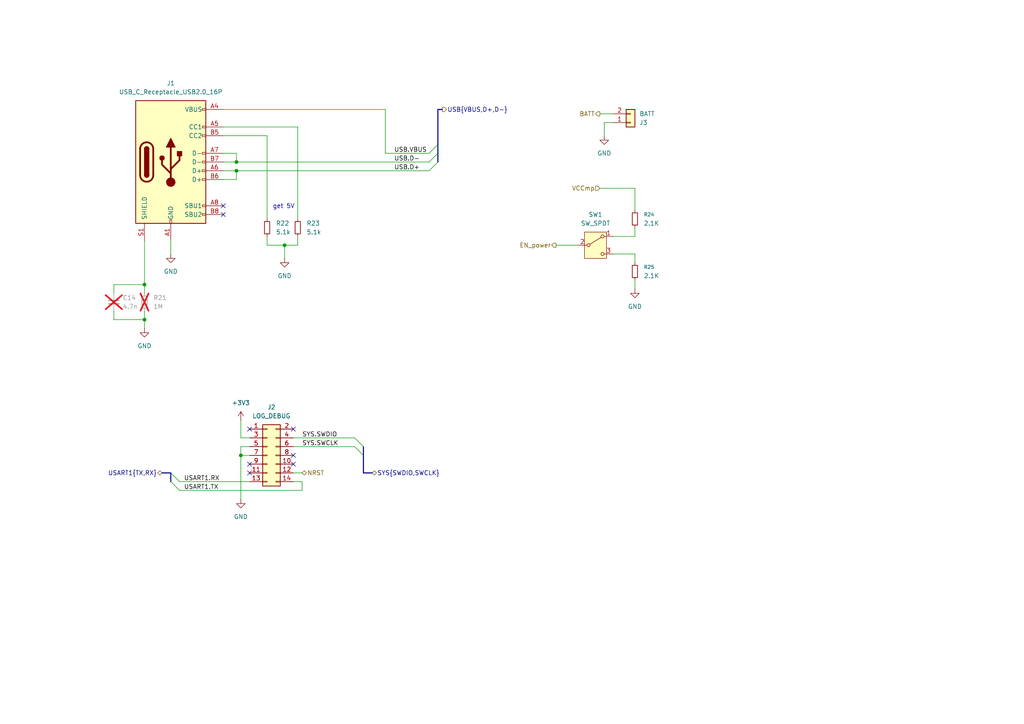
<source format=kicad_sch>
(kicad_sch (version 20250114) (generator "eeschema") (generator_version "9.0")
  (paper "A4")
  (title_block (title "All connecter") (date "2025-07-11") (rev "V1.0") (company "Taipei Tech Racing") (comment 1 "design by Chen"))
  (lib_symbols
    (symbol "Connector:USB_C_Receptacle_USB2.0_16P" (pin_names (offset 1.016))
      (property "Reference" "J" (at 0 22.225 0))
      (property "Value" "USB_C_Receptacle_USB2.0_16P" (at 0 19.685 0))
      (symbol "USB_C_Receptacle_USB2.0_16P_0_0"
        (rectangle (start -0.254 -17.78) (end 0.254 -16.764))
        (rectangle (start 10.16 15.494) (end 9.144 14.986))
        (rectangle (start 10.16 10.414) (end 9.144 9.906))
        (rectangle (start 10.16 7.874) (end 9.144 7.366))
        (rectangle (start 10.16 2.794) (end 9.144 2.286))
        (rectangle (start 10.16 0.254) (end 9.144 -0.254))
        (rectangle (start 10.16 -2.286) (end 9.144 -2.794))
        (rectangle (start 10.16 -4.826) (end 9.144 -5.334))
        (rectangle (start 10.16 -12.446) (end 9.144 -12.954))
        (rectangle (start 10.16 -14.986) (end 9.144 -15.494))
      )
      (symbol "USB_C_Receptacle_USB2.0_16P_0_1"
        (rectangle (start -10.16 17.78) (end 10.16 -17.78) (stroke (width 0.254)) (fill (type background)))
        (polyline (pts (xy -8.89 -3.81) (xy -8.89 3.81)) (stroke (width 0.508)))
        (rectangle (start -7.62 -3.81) (end -6.35 3.81) (stroke (width 0.254)) (fill (type outline)))
        (arc (start -7.62 3.81) (mid -6.985 4.4423) (end -6.35 3.81) (stroke (width 0.254)))
        (arc (start -7.62 3.81) (mid -6.985 4.4423) (end -6.35 3.81) (stroke (width 0.254)) (fill (type outline)))
        (arc (start -8.89 3.81) (mid -6.985 5.7067) (end -5.08 3.81) (stroke (width 0.508)))
        (arc (start -5.08 -3.81) (mid -6.985 -5.7067) (end -8.89 -3.81) (stroke (width 0.508)))
        (arc (start -6.35 -3.81) (mid -6.985 -4.4423) (end -7.62 -3.81) (stroke (width 0.254)))
        (arc (start -6.35 -3.81) (mid -6.985 -4.4423) (end -7.62 -3.81) (stroke (width 0.254)) (fill (type outline)))
        (polyline (pts (xy -5.08 3.81) (xy -5.08 -3.81)) (stroke (width 0.508)))
        (circle (center -2.54 1.143) (radius 0.635) (stroke (width 0.254)) (fill (type outline)))
        (polyline (pts (xy -1.27 4.318) (xy 0 6.858) (xy 1.27 4.318) (xy -1.27 4.318)) (stroke (width 0.254)) (fill (type outline)))
        (polyline (pts (xy 0 -2.032) (xy 2.54 0.508) (xy 2.54 1.778)) (stroke (width 0.508)))
        (polyline (pts (xy 0 -3.302) (xy -2.54 -0.762) (xy -2.54 0.508)) (stroke (width 0.508)))
        (polyline (pts (xy 0 -5.842) (xy 0 4.318)) (stroke (width 0.508)))
        (circle (center 0 -5.842) (radius 1.27) (fill (type outline)))
        (rectangle (start 1.905 1.778) (end 3.175 3.048) (stroke (width 0.254)) (fill (type outline)))
      )
      (symbol "USB_C_Receptacle_USB2.0_16P_1_1"
        (pin passive line (at -7.62 -22.86 90) (length 5.08) (name "SHIELD") (number "S1"))
        (pin passive line (at 0 -22.86 90) (length 5.08) (name "GND") (number "A1"))
        (pin passive line (at 0 -22.86 90) (length 5.08) (hide yes) (name "GND") (number "A12"))
        (pin passive line (at 0 -22.86 90) (length 5.08) (hide yes) (name "GND") (number "B1"))
        (pin passive line (at 0 -22.86 90) (length 5.08) (hide yes) (name "GND") (number "B12"))
        (pin passive line (at 15.24 15.24 180) (length 5.08) (name "VBUS") (number "A4"))
        (pin passive line (at 15.24 15.24 180) (length 5.08) (hide yes) (name "VBUS") (number "A9"))
        (pin passive line (at 15.24 15.24 180) (length 5.08) (hide yes) (name "VBUS") (number "B4"))
        (pin passive line (at 15.24 15.24 180) (length 5.08) (hide yes) (name "VBUS") (number "B9"))
        (pin bidirectional line (at 15.24 10.16 180) (length 5.08) (name "CC1") (number "A5"))
        (pin bidirectional line (at 15.24 7.62 180) (length 5.08) (name "CC2") (number "B5"))
        (pin bidirectional line (at 15.24 2.54 180) (length 5.08) (name "D-") (number "A7"))
        (pin bidirectional line (at 15.24 0 180) (length 5.08) (name "D-") (number "B7"))
        (pin bidirectional line (at 15.24 -2.54 180) (length 5.08) (name "D+") (number "A6"))
        (pin bidirectional line (at 15.24 -5.08 180) (length 5.08) (name "D+") (number "B6"))
        (pin bidirectional line (at 15.24 -12.7 180) (length 5.08) (name "SBU1") (number "A8"))
        (pin bidirectional line (at 15.24 -15.24 180) (length 5.08) (name "SBU2") (number "B8"))
      )
    )
    (symbol "Connector_Generic:Conn_01x02" (pin_names (offset 1.016) (hide yes))
      (property "Reference" "J" (at 0 2.54 0))
      (property "Value" "Conn_01x02" (at 0 -5.08 0))
      (symbol "Conn_01x02_1_1"
        (rectangle (start -1.27 1.27) (end 1.27 -3.81) (stroke (width 0.254)) (fill (type background)))
        (rectangle (start -1.27 0.127) (end 0 -0.127) (stroke (width 0.1524)))
        (rectangle (start -1.27 -2.413) (end 0 -2.667) (stroke (width 0.1524)))
        (pin passive line (at -5.08 0 0) (length 3.81) (name "Pin_1") (number "1"))
        (pin passive line (at -5.08 -2.54 0) (length 3.81) (name "Pin_2") (number "2"))
      )
    )
    (symbol "Connector_Generic:Conn_02x07_Odd_Even" (pin_names (offset 1.016) (hide yes))
      (property "Reference" "J" (at 1.27 10.16 0))
      (property "Value" "Conn_02x07_Odd_Even" (at 1.27 -10.16 0))
      (symbol "Conn_02x07_Odd_Even_1_1"
        (rectangle (start -1.27 8.89) (end 3.81 -8.89) (stroke (width 0.254)) (fill (type background)))
        (rectangle (start -1.27 7.747) (end 0 7.493) (stroke (width 0.1524)))
        (rectangle (start -1.27 5.207) (end 0 4.953) (stroke (width 0.1524)))
        (rectangle (start -1.27 2.667) (end 0 2.413) (stroke (width 0.1524)))
        (rectangle (start -1.27 0.127) (end 0 -0.127) (stroke (width 0.1524)))
        (rectangle (start -1.27 -2.413) (end 0 -2.667) (stroke (width 0.1524)))
        (rectangle (start -1.27 -4.953) (end 0 -5.207) (stroke (width 0.1524)))
        (rectangle (start -1.27 -7.493) (end 0 -7.747) (stroke (width 0.1524)))
        (rectangle (start 3.81 7.747) (end 2.54 7.493) (stroke (width 0.1524)))
        (rectangle (start 3.81 5.207) (end 2.54 4.953) (stroke (width 0.1524)))
        (rectangle (start 3.81 2.667) (end 2.54 2.413) (stroke (width 0.1524)))
        (rectangle (start 3.81 0.127) (end 2.54 -0.127) (stroke (width 0.1524)))
        (rectangle (start 3.81 -2.413) (end 2.54 -2.667) (stroke (width 0.1524)))
        (rectangle (start 3.81 -4.953) (end 2.54 -5.207) (stroke (width 0.1524)))
        (rectangle (start 3.81 -7.493) (end 2.54 -7.747) (stroke (width 0.1524)))
        (pin passive line (at -5.08 7.62 0) (length 3.81) (name "Pin_1") (number "1"))
        (pin passive line (at -5.08 5.08 0) (length 3.81) (name "Pin_3") (number "3"))
        (pin passive line (at -5.08 2.54 0) (length 3.81) (name "Pin_5") (number "5"))
        (pin passive line (at -5.08 0 0) (length 3.81) (name "Pin_7") (number "7"))
        (pin passive line (at -5.08 -2.54 0) (length 3.81) (name "Pin_9") (number "9"))
        (pin passive line (at -5.08 -5.08 0) (length 3.81) (name "Pin_11") (number "11"))
        (pin passive line (at -5.08 -7.62 0) (length 3.81) (name "Pin_13") (number "13"))
        (pin passive line (at 7.62 7.62 180) (length 3.81) (name "Pin_2") (number "2"))
        (pin passive line (at 7.62 5.08 180) (length 3.81) (name "Pin_4") (number "4"))
        (pin passive line (at 7.62 2.54 180) (length 3.81) (name "Pin_6") (number "6"))
        (pin passive line (at 7.62 0 180) (length 3.81) (name "Pin_8") (number "8"))
        (pin passive line (at 7.62 -2.54 180) (length 3.81) (name "Pin_10") (number "10"))
        (pin passive line (at 7.62 -5.08 180) (length 3.81) (name "Pin_12") (number "12"))
        (pin passive line (at 7.62 -7.62 180) (length 3.81) (name "Pin_14") (number "14"))
      )
    )
    (symbol "Device:C_Small" (pin_numbers (hide yes)) (pin_names (offset 0.254) (hide yes))
      (property "Reference" "C" (at 0.254 1.778 0))
      (property "Value" "C_Small" (at 0.254 -2.032 0))
      (symbol "C_Small_0_1"
        (polyline (pts (xy -1.524 0.508) (xy 1.524 0.508)) (stroke (width 0.3048)))
        (polyline (pts (xy -1.524 -0.508) (xy 1.524 -0.508)) (stroke (width 0.3302)))
      )
      (symbol "C_Small_1_1"
        (pin passive line (at 0 2.54 270) (length 2.032) (name "~") (number "1"))
        (pin passive line (at 0 -2.54 90) (length 2.032) (name "~") (number "2"))
      )
    )
    (symbol "Device:R_Small" (pin_numbers (hide yes)) (pin_names (offset 0.254) (hide yes))
      (property "Reference" "R" (at 0 0 90))
      (property "Value" "R_Small" (at 1.778 0 90))
      (symbol "R_Small_0_1"
        (rectangle (start -0.762 1.778) (end 0.762 -1.778) (stroke (width 0.2032)))
      )
      (symbol "R_Small_1_1"
        (pin passive line (at 0 2.54 270) (length 0.762) (name "~") (number "1"))
        (pin passive line (at 0 -2.54 90) (length 0.762) (name "~") (number "2"))
      )
    )
    (symbol "R_Small_1" (pin_numbers (hide yes)) (pin_names (offset 0.254) (hide yes))
      (property "Reference" "R" (at 0 0 90))
      (property "Value" "R_Small" (at 1.778 0 90))
      (symbol "R_Small_1_0_1"
        (rectangle (start -0.762 1.778) (end 0.762 -1.778) (stroke (width 0.2032)))
      )
      (symbol "R_Small_1_1_1"
        (pin passive line (at 0 2.54 270) (length 0.762) (name "~") (number "1"))
        (pin passive line (at 0 -2.54 90) (length 0.762) (name "~") (number "2"))
      )
    )
    (symbol "R_Small_2" (pin_numbers (hide yes)) (pin_names (offset 0.254) (hide yes))
      (property "Reference" "R" (at 0 0 90))
      (property "Value" "R_Small" (at 1.778 0 90))
      (symbol "R_Small_2_0_1"
        (rectangle (start -0.762 1.778) (end 0.762 -1.778) (stroke (width 0.2032)))
      )
      (symbol "R_Small_2_1_1"
        (pin passive line (at 0 2.54 270) (length 0.762) (name "~") (number "1"))
        (pin passive line (at 0 -2.54 90) (length 0.762) (name "~") (number "2"))
      )
    )
    (symbol "R_Small_3" (pin_numbers (hide yes)) (pin_names (offset 0.254) (hide yes))
      (property "Reference" "R" (at 0 0 90))
      (property "Value" "R_Small" (at 1.778 0 90))
      (symbol "R_Small_3_0_1"
        (rectangle (start -0.762 1.778) (end 0.762 -1.778) (stroke (width 0.2032)))
      )
      (symbol "R_Small_3_1_1"
        (pin passive line (at 0 2.54 270) (length 0.762) (name "~") (number "1"))
        (pin passive line (at 0 -2.54 90) (length 0.762) (name "~") (number "2"))
      )
    )
    (symbol "Switch:SW_SPDT" (pin_names (offset 0) (hide yes))
      (property "Reference" "SW" (at 0 5.08 0))
      (property "Value" "SW_SPDT" (at 0 -5.08 0))
      (symbol "SW_SPDT_0_1"
        (circle (center -2.032 0) (radius 0.4572))
        (polyline (pts (xy -1.651 0.254) (xy 1.651 2.286)))
        (circle (center 2.032 2.54) (radius 0.4572))
        (circle (center 2.032 -2.54) (radius 0.4572))
      )
      (symbol "SW_SPDT_1_1"
        (rectangle (start -3.175 3.81) (end 3.175 -3.81) (fill (type background)))
        (pin passive line (at -5.08 0 0) (length 2.54) (name "B") (number "2"))
        (pin passive line (at 5.08 2.54 180) (length 2.54) (name "A") (number "1"))
        (pin passive line (at 5.08 -2.54 180) (length 2.54) (name "C") (number "3"))
      )
    )
    (symbol "power:+3V3" (power) (pin_numbers (hide yes)) (pin_names (offset 0) (hide yes))
      (property "Value" "+3V3" (at 0 3.556 0))
      (symbol "+3V3_0_1"
        (polyline (pts (xy -0.762 1.27) (xy 0 2.54)))
        (polyline (pts (xy 0 2.54) (xy 0.762 1.27)))
        (polyline (pts (xy 0 0) (xy 0 2.54)))
      )
      (symbol "+3V3_1_1"
        (pin power_in line (at 0 0 90) (length 0) (name "~") (number "1"))
      )
    )
    (symbol "power:GND" (power) (pin_numbers (hide yes)) (pin_names (offset 0) (hide yes))
      (property "Value" "GND" (at 0 -3.81 0))
      (symbol "GND_0_1"
        (polyline (pts (xy 0 0) (xy 0 -1.27) (xy 1.27 -1.27) (xy 0 -2.54) (xy -1.27 -1.27) (xy 0 -1.27)))
      )
      (symbol "GND_1_1"
        (pin power_in line (at 0 0 270) (length 0) (name "~") (number "1"))
      )
    )
  )
  (text "get 5V" (at 82.296 59.944 0) (effects (font (size 1.27 1.27))))
  (junction (at 68.58 46.99))
  (junction (at 41.91 82.55))
  (junction (at 69.85 132.08))
  (junction (at 68.58 49.53))
  (junction (at 82.55 71.12))
  (junction (at 41.91 92.71))
  (no_connect (at 85.09 124.46))
  (no_connect (at 64.77 62.23))
  (no_connect (at 72.39 137.16))
  (no_connect (at 85.09 134.62))
  (no_connect (at 85.09 132.08))
  (no_connect (at 64.77 59.69))
  (no_connect (at 72.39 124.46))
  (no_connect (at 72.39 134.62))
  (bus_entry (at 105.41 132.08) (size -2.54 -2.54))
  (bus_entry (at 49.53 137.16) (size 2.54 2.54))
  (bus_entry (at 124.46 44.45) (size 2.54 -2.54))
  (bus_entry (at 105.41 129.54) (size -2.54 -2.54))
  (bus_entry (at 124.46 49.53) (size 2.54 -2.54))
  (bus_entry (at 124.46 46.99) (size 2.54 -2.54))
  (bus_entry (at 49.53 139.7) (size 2.54 2.54))
  (wire (pts (xy 49.53 69.85) (xy 49.53 73.66)))
  (wire (pts (xy 64.77 31.75) (xy 111.76 31.75)))
  (wire (pts (xy 184.15 73.66) (xy 184.15 76.2)))
  (wire (pts (xy 69.85 132.08) (xy 69.85 144.78)))
  (bus (pts (xy 127 41.91) (xy 127 31.75)))
  (wire (pts (xy 77.47 68.58) (xy 77.47 71.12)))
  (wire (pts (xy 64.77 52.07) (xy 68.58 52.07)))
  (wire (pts (xy 68.58 49.53) (xy 68.58 52.07)))
  (wire (pts (xy 184.15 68.58) (xy 184.15 66.04)))
  (wire (pts (xy 68.58 46.99) (xy 124.46 46.99)))
  (wire (pts (xy 85.09 127) (xy 102.87 127)))
  (wire (pts (xy 33.02 85.09) (xy 33.02 82.55)))
  (wire (pts (xy 85.09 139.7) (xy 87.63 139.7)))
  (wire (pts (xy 82.55 71.12) (xy 82.55 74.93)))
  (wire (pts (xy 64.77 39.37) (xy 77.47 39.37)))
  (wire (pts (xy 33.02 82.55) (xy 41.91 82.55)))
  (wire (pts (xy 86.36 68.58) (xy 86.36 71.12)))
  (bus (pts (xy 127 31.75) (xy 128.27 31.75)))
  (wire (pts (xy 85.09 129.54) (xy 102.87 129.54)))
  (bus (pts (xy 127 44.45) (xy 127 41.91)))
  (wire (pts (xy 41.91 92.71) (xy 41.91 95.25)))
  (bus (pts (xy 105.41 129.54) (xy 105.41 132.08)))
  (wire (pts (xy 68.58 49.53) (xy 124.46 49.53)))
  (wire (pts (xy 68.58 44.45) (xy 68.58 46.99)))
  (wire (pts (xy 52.07 139.7) (xy 72.39 139.7)))
  (wire (pts (xy 33.02 90.17) (xy 33.02 92.71)))
  (wire (pts (xy 184.15 54.61) (xy 184.15 60.96)))
  (wire (pts (xy 86.36 36.83) (xy 86.36 63.5)))
  (wire (pts (xy 69.85 129.54) (xy 69.85 132.08)))
  (wire (pts (xy 72.39 129.54) (xy 69.85 129.54)))
  (wire (pts (xy 69.85 121.92) (xy 69.85 127)))
  (wire (pts (xy 177.8 73.66) (xy 184.15 73.66)))
  (wire (pts (xy 173.99 33.02) (xy 177.8 33.02)))
  (wire (pts (xy 184.15 81.28) (xy 184.15 83.82)))
  (bus (pts (xy 46.99 137.16) (xy 49.53 137.16)))
  (wire (pts (xy 41.91 90.17) (xy 41.91 92.71)))
  (wire (pts (xy 52.07 142.24) (xy 87.63 142.24)))
  (wire (pts (xy 64.77 46.99) (xy 68.58 46.99)))
  (wire (pts (xy 177.8 35.56) (xy 175.26 35.56)))
  (wire (pts (xy 175.26 35.56) (xy 175.26 39.37)))
  (wire (pts (xy 177.8 68.58) (xy 184.15 68.58)))
  (wire (pts (xy 41.91 82.55) (xy 41.91 85.09)))
  (wire (pts (xy 77.47 39.37) (xy 77.47 63.5)))
  (wire (pts (xy 64.77 49.53) (xy 68.58 49.53)))
  (wire (pts (xy 69.85 132.08) (xy 72.39 132.08)))
  (bus (pts (xy 105.41 137.16) (xy 107.95 137.16)))
  (wire (pts (xy 161.29 71.12) (xy 167.64 71.12)))
  (wire (pts (xy 64.77 36.83) (xy 86.36 36.83)))
  (wire (pts (xy 33.02 92.71) (xy 41.91 92.71)))
  (wire (pts (xy 85.09 137.16) (xy 87.63 137.16)))
  (wire (pts (xy 69.85 127) (xy 72.39 127)))
  (wire (pts (xy 64.77 44.45) (xy 68.58 44.45)))
  (wire (pts (xy 82.55 71.12) (xy 86.36 71.12)))
  (wire (pts (xy 77.47 71.12) (xy 82.55 71.12)))
  (wire (pts (xy 111.76 44.45) (xy 124.46 44.45)))
  (wire (pts (xy 41.91 69.85) (xy 41.91 82.55)))
  (bus (pts (xy 127 46.99) (xy 127 44.45)))
  (wire (pts (xy 111.76 44.45) (xy 111.76 31.75)))
  (bus (pts (xy 105.41 132.08) (xy 105.41 137.16)))
  (bus (pts (xy 49.53 139.7) (xy 49.53 137.16)))
  (wire (pts (xy 173.99 54.61) (xy 184.15 54.61)))
  (wire (pts (xy 87.63 139.7) (xy 87.63 142.24)))
  (label "SYS.SWCLK" (at 87.63 129.54 0))
  (label "SYS.SWDIO" (at 87.63 127 0))
  (label "USART1.RX" (at 53.34 139.7 0))
  (label "USART1.TX" (at 53.34 142.24 0))
  (label "USB.D+" (at 114.3 49.53 0))
  (label "USB.D-" (at 114.3 46.99 0))
  (label "USB.VBUS" (at 114.3 44.45 0))
  (hierarchical_label "BATT" (shape output) (at 173.99 33.02 180))
  (hierarchical_label "NRST" (shape bidirectional) (at 87.63 137.16 0))
  (hierarchical_label "VCCmp" (shape input) (at 173.99 54.61 180))
  (hierarchical_label "SYS{SWDIO,SWCLK}" (shape bidirectional) (at 107.95 137.16 0))
  (hierarchical_label "EN_power" (shape output) (at 161.29 71.12 180))
  (hierarchical_label "USART1{TX,RX}" (shape bidirectional) (at 46.99 137.16 180))
  (hierarchical_label "USB{VBUS,D+,D-}" (shape output) (at 128.27 31.75 0))
  (symbol (lib_id "power:GND") (at 49.53 73.66 0) (unit 1)
    (property "Reference" "#PWR019" (effects (hide yes)))
    (property "Value" "GND" (at 49.53 78.74 0))
    (property "Description" "Power symbol creates a global label with name \"GND\" , ground" (effects (hide yes)))
  )
  (symbol (lib_id "Device:R_Small") (at 41.91 87.63 0) (unit 1) (dnp yes)
    (property "Reference" "R21" (at 44.45 86.3599 0) (effects (justify left)))
    (property "Value" "1M" (at 44.45 88.8999 0) (effects (justify left)))
    (property "Footprint" "Resistor_SMD:R_0603_1608Metric" (effects (hide yes)))
    (property "Description" "Resistor, small symbol" (effects (hide yes)))
  )
  (symbol (lib_id "Switch:SW_SPDT") (at 172.72 71.12 0) (unit 1)
    (property "Reference" "SW1" (at 172.72 62.23 0))
    (property "Value" "SW_SPDT" (at 172.72 64.77 0))
    (property "Footprint" "TTR:switch_450301014042" (effects (hide yes)))
    (property "Description" "Switch, single pole double throw" (effects (hide yes)))
  )
  (symbol (lib_id "power:GND") (at 41.91 95.25 0) (unit 1)
    (property "Reference" "#PWR018" (effects (hide yes)))
    (property "Value" "GND" (at 41.91 100.33 0))
    (property "Description" "Power symbol creates a global label with name \"GND\" , ground" (effects (hide yes)))
  )
  (symbol (lib_name "R_Small_1") (lib_id "Device:R_Small") (at 184.15 78.74 0) (unit 1)
    (property "Reference" "R25" (at 186.69 77.4699 0) (effects (font (size 1.016 1.016)) (justify left)))
    (property "Value" "2.1K" (at 186.69 80.0099 0) (effects (justify left)))
    (property "Footprint" "Resistor_SMD:R_0603_1608Metric" (effects (hide yes)))
    (property "Description" "Resistor, small symbol" (effects (hide yes)))
  )
  (symbol (lib_id "power:GND") (at 69.85 144.78 0) (unit 1)
    (property "Reference" "#PWR021" (effects (hide yes)))
    (property "Value" "GND" (at 69.85 149.86 0))
    (property "Description" "Power symbol creates a global label with name \"GND\" , ground" (effects (hide yes)))
  )
  (symbol (lib_name "R_Small_2") (lib_id "Device:R_Small") (at 77.47 66.04 180) (unit 1)
    (property "Reference" "R22" (at 80.01 64.7699 0) (effects (justify right)))
    (property "Value" "5.1k" (at 80.01 67.3099 0) (effects (justify right)))
    (property "Footprint" "Resistor_SMD:R_0603_1608Metric" (effects (hide yes)))
    (property "Description" "Resistor, small symbol" (effects (hide yes)))
  )
  (symbol (lib_name "R_Small_1") (lib_id "Device:R_Small") (at 184.15 63.5 0) (unit 1)
    (property "Reference" "R24" (at 186.69 62.2299 0) (effects (font (size 1.016 1.016)) (justify left)))
    (property "Value" "2.1K" (at 186.69 64.7699 0) (effects (justify left)))
    (property "Footprint" "Resistor_SMD:R_0603_1608Metric" (effects (hide yes)))
    (property "Description" "Resistor, small symbol" (effects (hide yes)))
  )
  (symbol (lib_name "R_Small_3") (lib_id "Device:R_Small") (at 86.36 66.04 180) (unit 1)
    (property "Reference" "R23" (at 88.9 64.7699 0) (effects (justify right)))
    (property "Value" "5.1k" (at 88.9 67.3099 0) (effects (justify right)))
    (property "Footprint" "Resistor_SMD:R_0603_1608Metric" (effects (hide yes)))
    (property "Description" "Resistor, small symbol" (effects (hide yes)))
  )
  (symbol (lib_id "power:GND") (at 184.15 83.82 0) (unit 1)
    (property "Reference" "#PWR024" (effects (hide yes)))
    (property "Value" "GND" (at 184.15 88.9 0))
    (property "Description" "Power symbol creates a global label with name \"GND\" , ground" (effects (hide yes)))
  )
  (symbol (lib_id "power:GND") (at 82.55 74.93 0) (unit 1)
    (property "Reference" "#PWR022" (effects (hide yes)))
    (property "Value" "GND" (at 82.55 80.01 0))
    (property "Description" "Power symbol creates a global label with name \"GND\" , ground" (effects (hide yes)))
  )
  (symbol (lib_id "Connector_Generic:Conn_01x02") (at 182.88 35.56 0) (mirror x) (unit 1)
    (property "Reference" "J3" (at 185.42 35.5601 0) (effects (justify left)))
    (property "Value" "BATT" (at 185.42 33.0201 0) (effects (justify left)))
    (property "Footprint" "Connector_JST:JST_XH_S2B-XH-A-1_1x02_P2.50mm_Horizontal" (effects (hide yes)))
    (property "Description" "Generic connector, single row, 01x02, script generated (kicad-library-utils/schlib/autogen/connector/)" (effects (hide yes)))
  )
  (symbol (lib_id "Device:C_Small") (at 33.02 87.63 0) (unit 1) (dnp yes)
    (property "Reference" "C14" (at 35.56 86.3662 0) (effects (justify left)))
    (property "Value" "4.7n" (at 35.56 88.9062 0) (effects (justify left)))
    (property "Footprint" "Capacitor_SMD:C_0603_1608Metric" (effects (hide yes)))
    (property "Description" "Unpolarized capacitor, small symbol" (effects (hide yes)))
  )
  (symbol (lib_id "Connector_Generic:Conn_02x07_Odd_Even") (at 77.47 132.08 0) (unit 1)
    (property "Reference" "J2" (at 78.74 118.11 0))
    (property "Value" "LOG_DEBUG" (at 78.74 120.65 0))
    (property "Footprint" "TTR:62731420621" (effects (hide yes)))
    (property "Description" "Generic connector, double row, 02x07, odd/even pin numbering scheme (row 1 odd numbers, row 2 even numbers), script generated (kicad-library-utils/schlib/autogen/connector/)" (effects (hide yes)))
    (property "WE" "62731420621" (effects (hide yes)))
  )
  (symbol (lib_id "Connector:USB_C_Receptacle_USB2.0_16P") (at 49.53 46.99 0) (unit 1)
    (property "Reference" "J1" (at 49.53 24.13 0))
    (property "Value" "USB_C_Receptacle_USB2.0_16P" (at 49.53 26.67 0))
    (property "Footprint" "TTR:USB_C_Receptacle_WE_632723300011_hand" (effects (hide yes)))
    (property "Datasheet" "https://www.usb.org/sites/default/files/documents/usb_type-c.zip" (effects (hide yes)))
    (property "Description" "USB 2.0-only 16P Type-C Receptacle connector" (effects (hide yes)))
  )
  (symbol (lib_id "power:GND") (at 175.26 39.37 0) (unit 1)
    (property "Reference" "#PWR023" (effects (hide yes)))
    (property "Value" "GND" (at 175.26 44.45 0))
    (property "Description" "Power symbol creates a global label with name \"GND\" , ground" (effects (hide yes)))
  )
  (symbol (lib_id "power:+3V3") (at 69.85 121.92 0) (unit 1)
    (property "Reference" "#PWR020" (effects (hide yes)))
    (property "Value" "+3V3" (at 69.85 116.84 0))
    (property "Description" "Power symbol creates a global label with name \"+3V3\"" (effects (hide yes)))
  )
)
</source>
